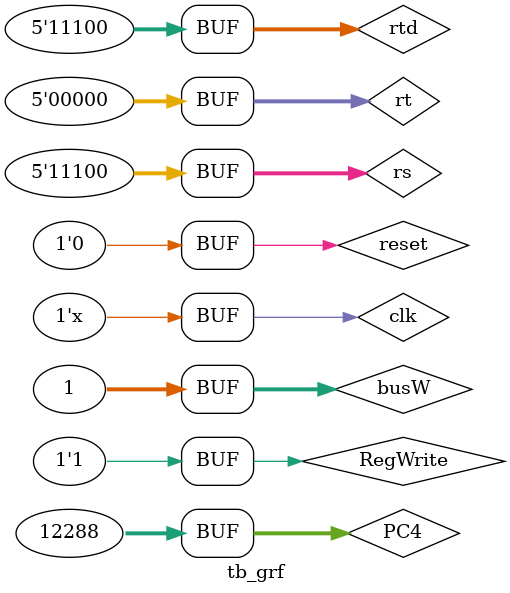
<source format=v>
`timescale 1ns / 1ps


module tb_grf;

	// Inputs
	reg [4:0] rs;
	reg [4:0] rt;
	reg [4:0] rtd;
	reg RegWrite;
	reg [31:0] busW;
	reg clk;
	reg reset;
	reg [31:0] PC4;

	// Outputs
	wire [31:0] busA;
	wire [31:0] busB;

	// Instantiate the Unit Under Test (UUT)
	GRF uut (
		.rs(rs), 
		.rt(rt), 
		.rtd(rtd), 
		.RegWrite(RegWrite), 
		.busW(busW), 
		.clk(clk), 
		.reset(reset), 
		.PC4(PC4), 
		.busA(busA), 
		.busB(busB)
	);

	initial begin
		// Initialize Inputs
		rs = 0;
		rt = 0;
		rtd = 0;
		RegWrite = 0;
		busW = 0;
		clk = 0;
		reset = 0;
		PC4 = 32'h00003000;

		// Wait 100 ns for global reset to finish
		#100;
		RegWrite <= 1;
      #150;
		rtd <= 28;
		busW <= 32'b1;
		#200;
		rs <= 28;
		// Add stimulus here

	end
	
	always #1 clk=~clk;
      
endmodule


</source>
